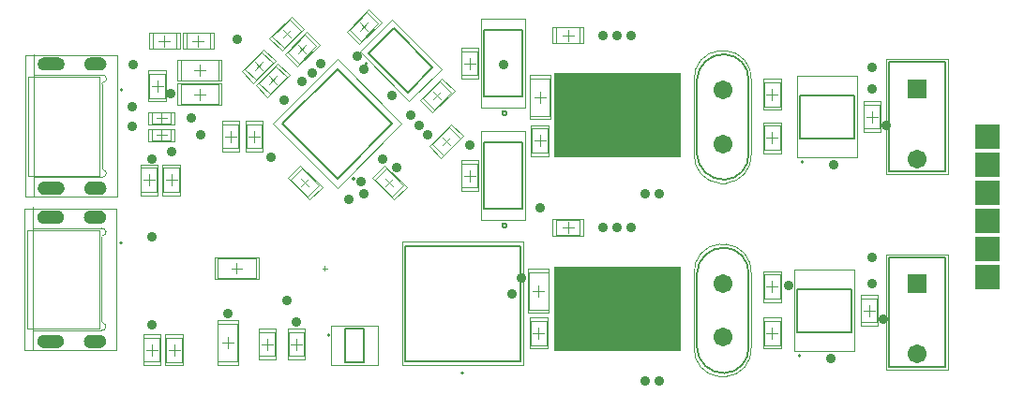
<source format=gbs>
G04*
G04 #@! TF.GenerationSoftware,Altium Limited,Altium Designer,22.1.2 (22)*
G04*
G04 Layer_Color=16711935*
%FSLAX44Y44*%
%MOMM*%
G71*
G04*
G04 #@! TF.SameCoordinates,D73D9505-6E86-4879-9EB9-392C4F9F1875*
G04*
G04*
G04 #@! TF.FilePolarity,Negative*
G04*
G01*
G75*
%ADD10C,0.2000*%
%ADD11C,0.1270*%
%ADD13C,0.0000*%
%ADD14C,0.0500*%
%ADD16C,0.1000*%
%ADD58C,1.7032*%
%ADD59R,1.7032X1.7032*%
%ADD60R,2.2032X2.2032*%
%ADD61C,0.9032*%
G36*
X344674Y1220752D02*
X344987Y1220727D01*
X345299Y1220686D01*
X345607Y1220629D01*
X345913Y1220555D01*
X346214Y1220466D01*
X346510Y1220361D01*
X346800Y1220241D01*
X347084Y1220106D01*
X347360Y1219956D01*
X347628Y1219792D01*
X347887Y1219614D01*
X348136Y1219423D01*
X348375Y1219219D01*
X348603Y1219003D01*
X348819Y1218775D01*
X349023Y1218536D01*
X349214Y1218287D01*
X349392Y1218028D01*
X349556Y1217760D01*
X349706Y1217484D01*
X349841Y1217200D01*
X349962Y1216910D01*
X350066Y1216614D01*
X350156Y1216313D01*
X350229Y1216007D01*
X350286Y1215699D01*
X350327Y1215387D01*
X350352Y1215074D01*
X350360Y1214760D01*
X350352Y1214446D01*
X350327Y1214133D01*
X350286Y1213821D01*
X350229Y1213512D01*
X350156Y1213207D01*
X350066Y1212906D01*
X349962Y1212610D01*
X349841Y1212320D01*
X349706Y1212036D01*
X349556Y1211760D01*
X349392Y1211492D01*
X349214Y1211233D01*
X349023Y1210984D01*
X348819Y1210745D01*
X348603Y1210517D01*
X348375Y1210301D01*
X348136Y1210097D01*
X347887Y1209906D01*
X347628Y1209728D01*
X347360Y1209564D01*
X347084Y1209414D01*
X346800Y1209279D01*
X346510Y1209158D01*
X346214Y1209054D01*
X345913Y1208964D01*
X345607Y1208891D01*
X345299Y1208834D01*
X344987Y1208793D01*
X344674Y1208768D01*
X344360Y1208760D01*
X336360D01*
X336046Y1208768D01*
X335733Y1208793D01*
X335421Y1208834D01*
X335112Y1208891D01*
X334807Y1208964D01*
X334506Y1209054D01*
X334210Y1209158D01*
X333920Y1209279D01*
X333636Y1209414D01*
X333360Y1209564D01*
X333092Y1209728D01*
X332833Y1209906D01*
X332584Y1210097D01*
X332345Y1210301D01*
X332117Y1210517D01*
X331901Y1210745D01*
X331697Y1210984D01*
X331506Y1211233D01*
X331328Y1211492D01*
X331164Y1211760D01*
X331014Y1212036D01*
X330879Y1212320D01*
X330759Y1212610D01*
X330654Y1212906D01*
X330564Y1213207D01*
X330491Y1213512D01*
X330434Y1213821D01*
X330393Y1214133D01*
X330368Y1214446D01*
X330360Y1214760D01*
X330368Y1215074D01*
X330393Y1215387D01*
X330434Y1215699D01*
X330491Y1216007D01*
X330564Y1216313D01*
X330654Y1216614D01*
X330759Y1216910D01*
X330879Y1217200D01*
X331014Y1217484D01*
X331164Y1217760D01*
X331328Y1218028D01*
X331506Y1218287D01*
X331697Y1218536D01*
X331901Y1218775D01*
X332117Y1219003D01*
X332345Y1219219D01*
X332584Y1219423D01*
X332833Y1219614D01*
X333092Y1219792D01*
X333360Y1219956D01*
X333636Y1220106D01*
X333920Y1220241D01*
X334210Y1220361D01*
X334506Y1220466D01*
X334807Y1220555D01*
X335112Y1220629D01*
X335421Y1220686D01*
X335733Y1220727D01*
X336046Y1220752D01*
X336360Y1220760D01*
X344360D01*
X344674Y1220752D01*
D02*
G37*
G36*
X306674D02*
X306987Y1220727D01*
X307299Y1220686D01*
X307607Y1220629D01*
X307913Y1220555D01*
X308214Y1220466D01*
X308510Y1220361D01*
X308800Y1220241D01*
X309084Y1220106D01*
X309360Y1219956D01*
X309628Y1219792D01*
X309887Y1219614D01*
X310136Y1219423D01*
X310375Y1219219D01*
X310603Y1219003D01*
X310819Y1218775D01*
X311023Y1218536D01*
X311214Y1218287D01*
X311392Y1218028D01*
X311556Y1217760D01*
X311706Y1217484D01*
X311841Y1217200D01*
X311961Y1216910D01*
X312066Y1216614D01*
X312156Y1216313D01*
X312229Y1216007D01*
X312286Y1215699D01*
X312327Y1215387D01*
X312352Y1215074D01*
X312360Y1214760D01*
X312352Y1214446D01*
X312327Y1214133D01*
X312286Y1213821D01*
X312229Y1213512D01*
X312156Y1213207D01*
X312066Y1212906D01*
X311961Y1212610D01*
X311841Y1212320D01*
X311706Y1212036D01*
X311556Y1211760D01*
X311392Y1211492D01*
X311214Y1211233D01*
X311023Y1210984D01*
X310819Y1210745D01*
X310603Y1210517D01*
X310375Y1210301D01*
X310136Y1210097D01*
X309887Y1209906D01*
X309628Y1209728D01*
X309360Y1209564D01*
X309084Y1209414D01*
X308800Y1209279D01*
X308510Y1209158D01*
X308214Y1209054D01*
X307913Y1208964D01*
X307607Y1208891D01*
X307299Y1208834D01*
X306987Y1208793D01*
X306674Y1208768D01*
X306360Y1208760D01*
X294360D01*
X294046Y1208768D01*
X293733Y1208793D01*
X293421Y1208834D01*
X293113Y1208891D01*
X292807Y1208964D01*
X292506Y1209054D01*
X292210Y1209158D01*
X291920Y1209279D01*
X291636Y1209414D01*
X291360Y1209564D01*
X291092Y1209728D01*
X290833Y1209906D01*
X290584Y1210097D01*
X290345Y1210301D01*
X290117Y1210517D01*
X289901Y1210745D01*
X289697Y1210984D01*
X289506Y1211233D01*
X289328Y1211492D01*
X289164Y1211760D01*
X289014Y1212036D01*
X288879Y1212320D01*
X288759Y1212610D01*
X288654Y1212906D01*
X288564Y1213207D01*
X288491Y1213512D01*
X288434Y1213821D01*
X288393Y1214133D01*
X288368Y1214446D01*
X288360Y1214760D01*
X288368Y1215074D01*
X288393Y1215387D01*
X288434Y1215699D01*
X288491Y1216007D01*
X288564Y1216313D01*
X288654Y1216614D01*
X288759Y1216910D01*
X288879Y1217200D01*
X289014Y1217484D01*
X289164Y1217760D01*
X289328Y1218028D01*
X289506Y1218287D01*
X289697Y1218536D01*
X289901Y1218775D01*
X290117Y1219003D01*
X290345Y1219219D01*
X290584Y1219423D01*
X290833Y1219614D01*
X291092Y1219792D01*
X291360Y1219956D01*
X291636Y1220106D01*
X291920Y1220241D01*
X292210Y1220361D01*
X292506Y1220466D01*
X292807Y1220555D01*
X293113Y1220629D01*
X293421Y1220686D01*
X293733Y1220727D01*
X294046Y1220752D01*
X294360Y1220760D01*
X306360D01*
X306674Y1220752D01*
D02*
G37*
G36*
X868680Y1130270D02*
X754336D01*
Y1206500D01*
X868680D01*
Y1130270D01*
D02*
G37*
G36*
X344674Y1108352D02*
X344987Y1108327D01*
X345299Y1108286D01*
X345607Y1108229D01*
X345913Y1108156D01*
X346214Y1108066D01*
X346510Y1107962D01*
X346800Y1107841D01*
X347084Y1107706D01*
X347360Y1107556D01*
X347628Y1107392D01*
X347887Y1107214D01*
X348136Y1107023D01*
X348375Y1106819D01*
X348603Y1106603D01*
X348819Y1106375D01*
X349023Y1106136D01*
X349214Y1105887D01*
X349392Y1105628D01*
X349556Y1105360D01*
X349706Y1105084D01*
X349841Y1104800D01*
X349962Y1104510D01*
X350066Y1104214D01*
X350156Y1103913D01*
X350229Y1103607D01*
X350286Y1103299D01*
X350327Y1102987D01*
X350352Y1102674D01*
X350360Y1102360D01*
X350352Y1102046D01*
X350327Y1101733D01*
X350286Y1101421D01*
X350229Y1101113D01*
X350156Y1100807D01*
X350066Y1100506D01*
X349962Y1100210D01*
X349841Y1099920D01*
X349706Y1099636D01*
X349556Y1099360D01*
X349392Y1099092D01*
X349214Y1098833D01*
X349023Y1098584D01*
X348819Y1098345D01*
X348603Y1098117D01*
X348375Y1097901D01*
X348136Y1097697D01*
X347887Y1097506D01*
X347628Y1097328D01*
X347360Y1097164D01*
X347084Y1097014D01*
X346800Y1096879D01*
X346510Y1096758D01*
X346214Y1096654D01*
X345913Y1096564D01*
X345607Y1096491D01*
X345299Y1096434D01*
X344987Y1096393D01*
X344674Y1096368D01*
X344360Y1096360D01*
X336360D01*
X336046Y1096368D01*
X335733Y1096393D01*
X335421Y1096434D01*
X335112Y1096491D01*
X334807Y1096564D01*
X334506Y1096654D01*
X334210Y1096758D01*
X333920Y1096879D01*
X333636Y1097014D01*
X333360Y1097164D01*
X333092Y1097328D01*
X332833Y1097506D01*
X332584Y1097697D01*
X332345Y1097901D01*
X332117Y1098117D01*
X331901Y1098345D01*
X331697Y1098584D01*
X331506Y1098833D01*
X331328Y1099092D01*
X331164Y1099360D01*
X331014Y1099636D01*
X330879Y1099920D01*
X330759Y1100210D01*
X330654Y1100506D01*
X330564Y1100807D01*
X330491Y1101113D01*
X330434Y1101421D01*
X330393Y1101733D01*
X330368Y1102046D01*
X330360Y1102360D01*
X330368Y1102674D01*
X330393Y1102987D01*
X330434Y1103299D01*
X330491Y1103607D01*
X330564Y1103913D01*
X330654Y1104214D01*
X330759Y1104510D01*
X330879Y1104800D01*
X331014Y1105084D01*
X331164Y1105360D01*
X331328Y1105628D01*
X331506Y1105887D01*
X331697Y1106136D01*
X331901Y1106375D01*
X332117Y1106603D01*
X332345Y1106819D01*
X332584Y1107023D01*
X332833Y1107214D01*
X333092Y1107392D01*
X333360Y1107556D01*
X333636Y1107706D01*
X333920Y1107841D01*
X334210Y1107962D01*
X334506Y1108066D01*
X334807Y1108156D01*
X335112Y1108229D01*
X335421Y1108286D01*
X335733Y1108327D01*
X336046Y1108352D01*
X336360Y1108360D01*
X344360D01*
X344674Y1108352D01*
D02*
G37*
G36*
X306674D02*
X306987Y1108327D01*
X307299Y1108286D01*
X307607Y1108229D01*
X307913Y1108156D01*
X308214Y1108066D01*
X308510Y1107962D01*
X308800Y1107841D01*
X309084Y1107706D01*
X309360Y1107556D01*
X309628Y1107392D01*
X309887Y1107214D01*
X310136Y1107023D01*
X310375Y1106819D01*
X310603Y1106603D01*
X310819Y1106375D01*
X311023Y1106136D01*
X311214Y1105887D01*
X311392Y1105628D01*
X311556Y1105360D01*
X311706Y1105084D01*
X311841Y1104800D01*
X311961Y1104510D01*
X312066Y1104214D01*
X312156Y1103913D01*
X312229Y1103607D01*
X312286Y1103299D01*
X312327Y1102987D01*
X312352Y1102674D01*
X312360Y1102360D01*
X312352Y1102046D01*
X312327Y1101733D01*
X312286Y1101421D01*
X312229Y1101113D01*
X312156Y1100807D01*
X312066Y1100506D01*
X311961Y1100210D01*
X311841Y1099920D01*
X311706Y1099636D01*
X311556Y1099360D01*
X311392Y1099092D01*
X311214Y1098833D01*
X311023Y1098584D01*
X310819Y1098345D01*
X310603Y1098117D01*
X310375Y1097901D01*
X310136Y1097697D01*
X309887Y1097506D01*
X309628Y1097328D01*
X309360Y1097164D01*
X309084Y1097014D01*
X308800Y1096879D01*
X308510Y1096758D01*
X308214Y1096654D01*
X307913Y1096564D01*
X307607Y1096491D01*
X307299Y1096434D01*
X306987Y1096393D01*
X306674Y1096368D01*
X306360Y1096360D01*
X294360D01*
X294046Y1096368D01*
X293733Y1096393D01*
X293421Y1096434D01*
X293113Y1096491D01*
X292807Y1096564D01*
X292506Y1096654D01*
X292210Y1096758D01*
X291920Y1096879D01*
X291636Y1097014D01*
X291360Y1097164D01*
X291092Y1097328D01*
X290833Y1097506D01*
X290584Y1097697D01*
X290345Y1097901D01*
X290117Y1098117D01*
X289901Y1098345D01*
X289697Y1098584D01*
X289506Y1098833D01*
X289328Y1099092D01*
X289164Y1099360D01*
X289014Y1099636D01*
X288879Y1099920D01*
X288759Y1100210D01*
X288654Y1100506D01*
X288564Y1100807D01*
X288491Y1101113D01*
X288434Y1101421D01*
X288393Y1101733D01*
X288368Y1102046D01*
X288360Y1102360D01*
X288368Y1102674D01*
X288393Y1102987D01*
X288434Y1103299D01*
X288491Y1103607D01*
X288564Y1103913D01*
X288654Y1104214D01*
X288759Y1104510D01*
X288879Y1104800D01*
X289014Y1105084D01*
X289164Y1105360D01*
X289328Y1105628D01*
X289506Y1105887D01*
X289697Y1106136D01*
X289901Y1106375D01*
X290117Y1106603D01*
X290345Y1106819D01*
X290584Y1107023D01*
X290833Y1107214D01*
X291092Y1107392D01*
X291360Y1107556D01*
X291636Y1107706D01*
X291920Y1107841D01*
X292210Y1107962D01*
X292506Y1108066D01*
X292807Y1108156D01*
X293113Y1108229D01*
X293421Y1108286D01*
X293733Y1108327D01*
X294046Y1108352D01*
X294360Y1108360D01*
X306360D01*
X306674Y1108352D01*
D02*
G37*
G36*
X344314Y1082192D02*
X344627Y1082167D01*
X344939Y1082126D01*
X345247Y1082069D01*
X345553Y1081996D01*
X345854Y1081906D01*
X346150Y1081802D01*
X346440Y1081681D01*
X346724Y1081546D01*
X347000Y1081396D01*
X347268Y1081232D01*
X347527Y1081054D01*
X347776Y1080863D01*
X348015Y1080659D01*
X348243Y1080443D01*
X348459Y1080215D01*
X348663Y1079976D01*
X348854Y1079727D01*
X349032Y1079468D01*
X349196Y1079200D01*
X349346Y1078924D01*
X349481Y1078640D01*
X349602Y1078350D01*
X349706Y1078054D01*
X349796Y1077753D01*
X349869Y1077448D01*
X349926Y1077139D01*
X349967Y1076827D01*
X349992Y1076514D01*
X350000Y1076200D01*
X349992Y1075886D01*
X349967Y1075573D01*
X349926Y1075261D01*
X349869Y1074952D01*
X349796Y1074647D01*
X349706Y1074346D01*
X349602Y1074050D01*
X349481Y1073760D01*
X349346Y1073476D01*
X349196Y1073200D01*
X349032Y1072932D01*
X348854Y1072673D01*
X348663Y1072424D01*
X348459Y1072185D01*
X348243Y1071957D01*
X348015Y1071741D01*
X347776Y1071537D01*
X347527Y1071346D01*
X347268Y1071168D01*
X347000Y1071004D01*
X346724Y1070854D01*
X346440Y1070719D01*
X346150Y1070599D01*
X345854Y1070494D01*
X345553Y1070404D01*
X345247Y1070331D01*
X344939Y1070274D01*
X344627Y1070233D01*
X344314Y1070208D01*
X344000Y1070200D01*
X336000D01*
X335686Y1070208D01*
X335373Y1070233D01*
X335061Y1070274D01*
X334753Y1070331D01*
X334447Y1070404D01*
X334146Y1070494D01*
X333850Y1070599D01*
X333560Y1070719D01*
X333276Y1070854D01*
X333000Y1071004D01*
X332732Y1071168D01*
X332473Y1071346D01*
X332224Y1071537D01*
X331985Y1071741D01*
X331757Y1071957D01*
X331541Y1072185D01*
X331337Y1072424D01*
X331146Y1072673D01*
X330968Y1072932D01*
X330804Y1073200D01*
X330654Y1073476D01*
X330519Y1073760D01*
X330398Y1074050D01*
X330294Y1074346D01*
X330204Y1074647D01*
X330131Y1074952D01*
X330074Y1075261D01*
X330033Y1075573D01*
X330008Y1075886D01*
X330000Y1076200D01*
X330008Y1076514D01*
X330033Y1076827D01*
X330074Y1077139D01*
X330131Y1077448D01*
X330204Y1077753D01*
X330294Y1078054D01*
X330398Y1078350D01*
X330519Y1078640D01*
X330654Y1078924D01*
X330804Y1079200D01*
X330968Y1079468D01*
X331146Y1079727D01*
X331337Y1079976D01*
X331541Y1080215D01*
X331757Y1080443D01*
X331985Y1080659D01*
X332224Y1080863D01*
X332473Y1081054D01*
X332732Y1081232D01*
X333000Y1081396D01*
X333276Y1081546D01*
X333560Y1081681D01*
X333850Y1081802D01*
X334146Y1081906D01*
X334447Y1081996D01*
X334753Y1082069D01*
X335061Y1082126D01*
X335373Y1082167D01*
X335686Y1082192D01*
X336000Y1082200D01*
X344000D01*
X344314Y1082192D01*
D02*
G37*
G36*
X306314D02*
X306627Y1082167D01*
X306939Y1082126D01*
X307248Y1082069D01*
X307553Y1081996D01*
X307854Y1081906D01*
X308150Y1081802D01*
X308440Y1081681D01*
X308724Y1081546D01*
X309000Y1081396D01*
X309268Y1081232D01*
X309527Y1081054D01*
X309776Y1080863D01*
X310015Y1080659D01*
X310243Y1080443D01*
X310459Y1080215D01*
X310663Y1079976D01*
X310854Y1079727D01*
X311032Y1079468D01*
X311196Y1079200D01*
X311346Y1078924D01*
X311481Y1078640D01*
X311602Y1078350D01*
X311706Y1078054D01*
X311796Y1077753D01*
X311869Y1077448D01*
X311926Y1077139D01*
X311967Y1076827D01*
X311992Y1076514D01*
X312000Y1076200D01*
X311992Y1075886D01*
X311967Y1075573D01*
X311926Y1075261D01*
X311869Y1074952D01*
X311796Y1074647D01*
X311706Y1074346D01*
X311602Y1074050D01*
X311481Y1073760D01*
X311346Y1073476D01*
X311196Y1073200D01*
X311032Y1072932D01*
X310854Y1072673D01*
X310663Y1072424D01*
X310459Y1072185D01*
X310243Y1071957D01*
X310015Y1071741D01*
X309776Y1071537D01*
X309527Y1071346D01*
X309268Y1071168D01*
X309000Y1071004D01*
X308724Y1070854D01*
X308440Y1070719D01*
X308150Y1070599D01*
X307854Y1070494D01*
X307553Y1070404D01*
X307248Y1070331D01*
X306939Y1070274D01*
X306627Y1070233D01*
X306314Y1070208D01*
X306000Y1070200D01*
X294000D01*
X293686Y1070208D01*
X293373Y1070233D01*
X293061Y1070274D01*
X292753Y1070331D01*
X292447Y1070404D01*
X292146Y1070494D01*
X291850Y1070599D01*
X291560Y1070719D01*
X291276Y1070854D01*
X291000Y1071004D01*
X290732Y1071168D01*
X290473Y1071346D01*
X290224Y1071537D01*
X289985Y1071741D01*
X289757Y1071957D01*
X289541Y1072185D01*
X289337Y1072424D01*
X289146Y1072673D01*
X288968Y1072932D01*
X288804Y1073200D01*
X288654Y1073476D01*
X288519Y1073760D01*
X288398Y1074050D01*
X288294Y1074346D01*
X288204Y1074647D01*
X288131Y1074952D01*
X288074Y1075261D01*
X288033Y1075573D01*
X288008Y1075886D01*
X288000Y1076200D01*
X288008Y1076514D01*
X288033Y1076827D01*
X288074Y1077139D01*
X288131Y1077448D01*
X288204Y1077753D01*
X288294Y1078054D01*
X288398Y1078350D01*
X288519Y1078640D01*
X288654Y1078924D01*
X288804Y1079200D01*
X288968Y1079468D01*
X289146Y1079727D01*
X289337Y1079976D01*
X289541Y1080215D01*
X289757Y1080443D01*
X289985Y1080659D01*
X290224Y1080863D01*
X290473Y1081054D01*
X290732Y1081232D01*
X291000Y1081396D01*
X291276Y1081546D01*
X291560Y1081681D01*
X291850Y1081802D01*
X292146Y1081906D01*
X292447Y1081996D01*
X292753Y1082069D01*
X293061Y1082126D01*
X293373Y1082167D01*
X293686Y1082192D01*
X294000Y1082200D01*
X306000D01*
X306314Y1082192D01*
D02*
G37*
G36*
X344314Y969792D02*
X344627Y969767D01*
X344939Y969726D01*
X345247Y969669D01*
X345553Y969595D01*
X345854Y969506D01*
X346150Y969401D01*
X346440Y969281D01*
X346724Y969146D01*
X347000Y968996D01*
X347268Y968832D01*
X347527Y968654D01*
X347776Y968463D01*
X348015Y968259D01*
X348243Y968043D01*
X348459Y967815D01*
X348663Y967576D01*
X348854Y967327D01*
X349032Y967068D01*
X349196Y966800D01*
X349346Y966524D01*
X349481Y966240D01*
X349602Y965950D01*
X349706Y965654D01*
X349796Y965353D01*
X349869Y965048D01*
X349926Y964739D01*
X349967Y964427D01*
X349992Y964114D01*
X350000Y963800D01*
X349992Y963486D01*
X349967Y963173D01*
X349926Y962861D01*
X349869Y962552D01*
X349796Y962247D01*
X349706Y961946D01*
X349602Y961650D01*
X349481Y961360D01*
X349346Y961076D01*
X349196Y960800D01*
X349032Y960532D01*
X348854Y960273D01*
X348663Y960024D01*
X348459Y959785D01*
X348243Y959557D01*
X348015Y959341D01*
X347776Y959137D01*
X347527Y958946D01*
X347268Y958768D01*
X347000Y958604D01*
X346724Y958454D01*
X346440Y958319D01*
X346150Y958198D01*
X345854Y958094D01*
X345553Y958004D01*
X345247Y957931D01*
X344939Y957874D01*
X344627Y957833D01*
X344314Y957808D01*
X344000Y957800D01*
X336000D01*
X335686Y957808D01*
X335373Y957833D01*
X335061Y957874D01*
X334753Y957931D01*
X334447Y958004D01*
X334146Y958094D01*
X333850Y958198D01*
X333560Y958319D01*
X333276Y958454D01*
X333000Y958604D01*
X332732Y958768D01*
X332473Y958946D01*
X332224Y959137D01*
X331985Y959341D01*
X331757Y959557D01*
X331541Y959785D01*
X331337Y960024D01*
X331146Y960273D01*
X330968Y960532D01*
X330804Y960800D01*
X330654Y961076D01*
X330519Y961360D01*
X330398Y961650D01*
X330294Y961946D01*
X330204Y962247D01*
X330131Y962552D01*
X330074Y962861D01*
X330033Y963173D01*
X330008Y963486D01*
X330000Y963800D01*
X330008Y964114D01*
X330033Y964427D01*
X330074Y964739D01*
X330131Y965048D01*
X330204Y965353D01*
X330294Y965654D01*
X330398Y965950D01*
X330519Y966240D01*
X330654Y966524D01*
X330804Y966800D01*
X330968Y967068D01*
X331146Y967327D01*
X331337Y967576D01*
X331541Y967815D01*
X331757Y968043D01*
X331985Y968259D01*
X332224Y968463D01*
X332473Y968654D01*
X332732Y968832D01*
X333000Y968996D01*
X333276Y969146D01*
X333560Y969281D01*
X333850Y969401D01*
X334146Y969506D01*
X334447Y969595D01*
X334753Y969669D01*
X335061Y969726D01*
X335373Y969767D01*
X335686Y969792D01*
X336000Y969800D01*
X344000D01*
X344314Y969792D01*
D02*
G37*
G36*
X306314D02*
X306627Y969767D01*
X306939Y969726D01*
X307248Y969669D01*
X307553Y969595D01*
X307854Y969506D01*
X308150Y969401D01*
X308440Y969281D01*
X308724Y969146D01*
X309000Y968996D01*
X309268Y968832D01*
X309527Y968654D01*
X309776Y968463D01*
X310015Y968259D01*
X310243Y968043D01*
X310459Y967815D01*
X310663Y967576D01*
X310854Y967327D01*
X311032Y967068D01*
X311196Y966800D01*
X311346Y966524D01*
X311481Y966240D01*
X311602Y965950D01*
X311706Y965654D01*
X311796Y965353D01*
X311869Y965048D01*
X311926Y964739D01*
X311967Y964427D01*
X311992Y964114D01*
X312000Y963800D01*
X311992Y963486D01*
X311967Y963173D01*
X311926Y962861D01*
X311869Y962552D01*
X311796Y962247D01*
X311706Y961946D01*
X311602Y961650D01*
X311481Y961360D01*
X311346Y961076D01*
X311196Y960800D01*
X311032Y960532D01*
X310854Y960273D01*
X310663Y960024D01*
X310459Y959785D01*
X310243Y959557D01*
X310015Y959341D01*
X309776Y959137D01*
X309527Y958946D01*
X309268Y958768D01*
X309000Y958604D01*
X308724Y958454D01*
X308440Y958319D01*
X308150Y958198D01*
X307854Y958094D01*
X307553Y958004D01*
X307248Y957931D01*
X306939Y957874D01*
X306627Y957833D01*
X306314Y957808D01*
X306000Y957800D01*
X294000D01*
X293686Y957808D01*
X293373Y957833D01*
X293061Y957874D01*
X292753Y957931D01*
X292447Y958004D01*
X292146Y958094D01*
X291850Y958198D01*
X291560Y958319D01*
X291276Y958454D01*
X291000Y958604D01*
X290732Y958768D01*
X290473Y958946D01*
X290224Y959137D01*
X289985Y959341D01*
X289757Y959557D01*
X289541Y959785D01*
X289337Y960024D01*
X289146Y960273D01*
X288968Y960532D01*
X288804Y960800D01*
X288654Y961076D01*
X288519Y961360D01*
X288398Y961650D01*
X288294Y961946D01*
X288204Y962247D01*
X288131Y962552D01*
X288074Y962861D01*
X288033Y963173D01*
X288008Y963486D01*
X288000Y963800D01*
X288008Y964114D01*
X288033Y964427D01*
X288074Y964739D01*
X288131Y965048D01*
X288204Y965353D01*
X288294Y965654D01*
X288398Y965950D01*
X288519Y966240D01*
X288654Y966524D01*
X288804Y966800D01*
X288968Y967068D01*
X289146Y967327D01*
X289337Y967576D01*
X289541Y967815D01*
X289757Y968043D01*
X289985Y968259D01*
X290224Y968463D01*
X290473Y968654D01*
X290732Y968832D01*
X291000Y968996D01*
X291276Y969146D01*
X291560Y969281D01*
X291850Y969401D01*
X292146Y969506D01*
X292447Y969595D01*
X292753Y969669D01*
X293061Y969726D01*
X293373Y969767D01*
X293686Y969792D01*
X294000Y969800D01*
X306000D01*
X306314Y969792D01*
D02*
G37*
G36*
X868680Y955010D02*
X754336D01*
Y1031240D01*
X868680D01*
Y955010D01*
D02*
G37*
D10*
X574437Y1110788D02*
G03*
X574437Y1110788I-1000J0D01*
G01*
X364500Y1052700D02*
G03*
X364500Y1052700I-1000J0D01*
G01*
X364860Y1191260D02*
G03*
X364860Y1191260I-1000J0D01*
G01*
X977220Y950870D02*
G03*
X977220Y950870I-1000J0D01*
G01*
X711660Y1068790D02*
G03*
X711660Y1068790I-2000J0D01*
G01*
X585837Y1215102D02*
G03*
X585837Y1215102I-1000J0D01*
G01*
X711660Y1170390D02*
G03*
X711660Y1170390I-2000J0D01*
G01*
X979760Y1126130D02*
G03*
X979760Y1126130I-1000J0D01*
G01*
X672830Y935220D02*
G03*
X672830Y935220I-1000J0D01*
G01*
X551990Y969620D02*
G03*
X551990Y969620I-1000J0D01*
G01*
D11*
X908473Y1048622D02*
G03*
X883478Y1025313I-843J-24152D01*
G01*
Y958427D02*
G03*
X908473Y935118I24152J843D01*
G01*
X908462Y935118D02*
G03*
X930082Y958302I-782J22402D01*
G01*
Y1025438D02*
G03*
X908462Y1048622I-22402J782D01*
G01*
X908473Y1223612D02*
G03*
X883478Y1200303I-843J-24152D01*
G01*
Y1133417D02*
G03*
X908473Y1110108I24152J843D01*
G01*
X908462Y1110108D02*
G03*
X930082Y1133292I-782J22402D01*
G01*
Y1200428D02*
G03*
X908462Y1223612I-22402J782D01*
G01*
X558800Y1111283D02*
X608298Y1160780D01*
X509302D02*
X558800Y1210277D01*
X509302Y1160780D02*
X558800Y1111283D01*
Y1210277D02*
X608298Y1160780D01*
X883480Y958370D02*
Y1025370D01*
X930080Y958370D02*
Y1025370D01*
X1107440Y941100D02*
Y1040100D01*
X1056640D02*
X1107440D01*
X1056640Y941100D02*
Y1040100D01*
Y941100D02*
X1107440D01*
X973720Y1011370D02*
X1022720D01*
X973720Y972370D02*
X1022720D01*
Y1011370D01*
X973720Y972370D02*
Y1011370D01*
X691160Y1143790D02*
X726160D01*
X691160Y1083790D02*
X726160D01*
X691160D02*
Y1143790D01*
X726160Y1083790D02*
Y1143790D01*
X586959Y1224294D02*
X609586Y1246921D01*
X586959Y1224294D02*
X622314Y1188939D01*
X644941Y1211566D01*
X609586Y1246921D02*
X644941Y1211566D01*
X691160Y1245390D02*
X726160D01*
X691160Y1185390D02*
X726160D01*
X691160D02*
Y1245390D01*
X726160Y1185390D02*
Y1245390D01*
X883480Y1133360D02*
Y1200360D01*
X930080Y1133360D02*
Y1200360D01*
X976260Y1186630D02*
X1025260D01*
X976260Y1147630D02*
X1025260D01*
Y1186630D01*
X976260Y1147630D02*
Y1186630D01*
X1107440Y1117630D02*
Y1216630D01*
X1056640D02*
X1107440D01*
X1056640Y1117630D02*
Y1216630D01*
Y1117630D02*
X1107440D01*
X619830Y946220D02*
X723830D01*
Y1050220D01*
X619830D02*
X723830D01*
X619830Y946220D02*
Y1050220D01*
X565540Y945120D02*
X582540D01*
X565540Y975120D02*
X582540D01*
Y945120D02*
Y975120D01*
X565540Y945120D02*
Y975120D01*
D13*
X349999Y1062956D02*
G03*
X345994Y1066199I-3624J-381D01*
G01*
X347187Y1059699D02*
G03*
X350001Y1062937I-212J3026D01*
G01*
X347208Y1059701D02*
G03*
X345999Y1058208I142J-1351D01*
G01*
Y981792D02*
G03*
X347208Y980299I1351J-142D01*
G01*
X350001Y977063D02*
G03*
X347187Y980301I-3026J212D01*
G01*
X345994Y973801D02*
G03*
X349999Y977044I381J3624D01*
G01*
X350359Y1201516D02*
G03*
X346354Y1204759I-3624J-381D01*
G01*
X347547Y1198259D02*
G03*
X350361Y1201497I-212J3026D01*
G01*
X347568Y1198261D02*
G03*
X346359Y1196768I142J-1351D01*
G01*
Y1120352D02*
G03*
X347568Y1118859I1351J-142D01*
G01*
X350361Y1115623D02*
G03*
X347547Y1118861I-3026J212D01*
G01*
X346354Y1112361D02*
G03*
X350359Y1115604I381J3624D01*
G01*
X284000Y1066200D02*
Y1085200D01*
Y1066200D02*
X346000D01*
Y981800D02*
Y1058200D01*
X284000Y973800D02*
X346000D01*
X284000Y956400D02*
Y973800D01*
X284360Y1204760D02*
Y1223760D01*
Y1204760D02*
X346360D01*
Y1120360D02*
Y1196760D01*
X284360Y1112360D02*
X346360D01*
X284360Y1094960D02*
Y1112360D01*
D14*
X904139Y1051861D02*
G03*
X880989Y1025229I1741J-24891D01*
G01*
Y958511D02*
G03*
X904139Y931879I24891J-1741D01*
G01*
X909420D02*
G03*
X932571Y958511I-1741J24891D01*
G01*
Y1025229D02*
G03*
X909420Y1051861I-24891J1741D01*
G01*
X904139Y1226851D02*
G03*
X880989Y1200219I1741J-24891D01*
G01*
Y1133501D02*
G03*
X904139Y1106869I24891J-1741D01*
G01*
X909420D02*
G03*
X932571Y1133501I-1741J24891D01*
G01*
Y1200219D02*
G03*
X909420Y1226851I-24891J1741D01*
G01*
X500605Y1160780D02*
X558800Y1218975D01*
Y1102585D02*
X616995Y1160780D01*
X500605D02*
X558800Y1102585D01*
Y1218975D02*
X616995Y1160780D01*
X276500Y1083700D02*
X359500D01*
X276500Y956300D02*
Y1083700D01*
X359500Y956300D02*
Y1083700D01*
X276500Y956300D02*
X359500D01*
X276860Y1222260D02*
X359860D01*
X276860Y1094860D02*
Y1222260D01*
X359860Y1094860D02*
Y1222260D01*
X276860Y1094860D02*
X359860D01*
X880980Y958370D02*
Y1025370D01*
X904280Y931870D02*
X909280D01*
X932580Y958370D02*
Y1025370D01*
X904280Y1051870D02*
X909280D01*
X1109940Y938600D02*
Y1042600D01*
X1054140D02*
X1109940D01*
X1054140Y938600D02*
Y1042600D01*
Y938600D02*
X1109940D01*
X971220Y1028970D02*
X1025220D01*
X971220Y954770D02*
X1025220D01*
Y1028970D01*
X971220Y954770D02*
Y1028970D01*
X688660Y1073290D02*
Y1154290D01*
X728660D01*
Y1073290D02*
Y1154290D01*
X688660Y1073290D02*
X728660D01*
X579180Y1225708D02*
X608172Y1254699D01*
X579180Y1225708D02*
X623728Y1181161D01*
X652719Y1210152D01*
X608172Y1254699D02*
X652719Y1210152D01*
X688660Y1174890D02*
Y1255890D01*
X728660D01*
Y1174890D02*
Y1255890D01*
X688660Y1174890D02*
X728660D01*
X880980Y1133360D02*
Y1200360D01*
X904280Y1106860D02*
X909280D01*
X932580Y1133360D02*
Y1200360D01*
X904280Y1226860D02*
X909280D01*
X973760Y1204230D02*
X1027760D01*
X973760Y1130030D02*
X1027760D01*
Y1204230D01*
X973760Y1130030D02*
Y1204230D01*
X1109940Y1115130D02*
Y1219130D01*
X1054140D02*
X1109940D01*
X1054140Y1115130D02*
Y1219130D01*
Y1115130D02*
X1109940D01*
X617330Y942220D02*
X726330D01*
Y1054220D01*
X617330D02*
X726330D01*
X617330Y942220D02*
Y1054220D01*
X552990Y942620D02*
X595090D01*
Y977620D01*
X552990D02*
X595090D01*
X552990Y942620D02*
Y977620D01*
D16*
X545370Y1029970D02*
X549370D01*
X547370Y1027970D02*
Y1031970D01*
X515732Y1254965D02*
X525985Y1244712D01*
X500175Y1239408D02*
X510428Y1229155D01*
X525985Y1244712D01*
X500175Y1239408D02*
X515732Y1254965D01*
X279000Y1064700D02*
X344000D01*
X279000Y975300D02*
X344000D01*
Y1064700D01*
X279000Y975300D02*
Y1064700D01*
X284000Y960000D02*
Y1080000D01*
X279360Y1203260D02*
X344360D01*
X279360Y1113860D02*
X344360D01*
Y1203260D01*
X279360Y1113860D02*
Y1203260D01*
X284360Y1098560D02*
Y1218560D01*
X756330Y1059800D02*
X777830D01*
X756330Y1073800D02*
X777830D01*
Y1059800D02*
Y1073800D01*
X756330Y1059800D02*
Y1073800D01*
X1031860Y981120D02*
Y1002620D01*
X1045860Y981120D02*
Y1002620D01*
X1031860Y981120D02*
X1045860D01*
X1031860Y1002620D02*
X1045860D01*
X958480Y1002460D02*
Y1024460D01*
X943980Y1002460D02*
Y1024460D01*
X958480D01*
X943980Y1002460D02*
X958480D01*
X943980Y960550D02*
Y982550D01*
X958480Y960550D02*
Y982550D01*
X943980Y960550D02*
X958480D01*
X943980Y982550D02*
X958480D01*
X733160Y960550D02*
Y982550D01*
X747660Y960550D02*
Y982550D01*
X733160Y960550D02*
X747660D01*
X733160Y982550D02*
X747660D01*
X731410Y992650D02*
Y1026650D01*
X749410Y992650D02*
Y1026650D01*
X731410Y992650D02*
X749410D01*
X731410Y1026650D02*
X749410D01*
X732680Y1167910D02*
Y1201910D01*
X750680Y1167910D02*
Y1201910D01*
X732680Y1167910D02*
X750680D01*
X732680Y1201910D02*
X750680D01*
X734430Y1134540D02*
Y1156540D01*
X748930Y1134540D02*
Y1156540D01*
X734430Y1134540D02*
X748930D01*
X734430Y1156540D02*
X748930D01*
X671180Y1103040D02*
Y1124540D01*
X685180Y1103040D02*
Y1124540D01*
X671180Y1103040D02*
X685180D01*
X671180Y1124540D02*
X685180D01*
X497728Y1187599D02*
X512931Y1202802D01*
X487829Y1197498D02*
X503032Y1212701D01*
X512931Y1202802D01*
X487829Y1197498D02*
X497728Y1187599D01*
X485028Y1200299D02*
X500231Y1215502D01*
X475129Y1210198D02*
X490332Y1225401D01*
X500231Y1215502D01*
X475129Y1210198D02*
X485028Y1200299D01*
X514145Y1225438D02*
X529702Y1240995D01*
X524398Y1215185D02*
X539955Y1230742D01*
X514145Y1225438D02*
X524398Y1215185D01*
X529702Y1240995D02*
X539955Y1230742D01*
X526938Y1120345D02*
X542495Y1104788D01*
X516685Y1110092D02*
X532242Y1094535D01*
X516685Y1110092D02*
X526938Y1120345D01*
X532242Y1094535D02*
X542495Y1104788D01*
X603138Y1120345D02*
X618695Y1104788D01*
X592885Y1110092D02*
X608442Y1094535D01*
X592885Y1110092D02*
X603138Y1120345D01*
X608442Y1094535D02*
X618695Y1104788D01*
X644449Y1142348D02*
X659652Y1157551D01*
X654348Y1132449D02*
X669551Y1147652D01*
X644449Y1142348D02*
X654348Y1132449D01*
X659652Y1157551D02*
X669551Y1147652D01*
X570025Y1245758D02*
X585582Y1261315D01*
X580278Y1235505D02*
X595835Y1251062D01*
X570025Y1245758D02*
X580278Y1235505D01*
X585582Y1261315D02*
X595835Y1251062D01*
X646318Y1173275D02*
X661875Y1188832D01*
X636065Y1183528D02*
X651622Y1199085D01*
X661875Y1188832D01*
X636065Y1183528D02*
X646318Y1173275D01*
X671180Y1204640D02*
Y1226140D01*
X685180Y1204640D02*
Y1226140D01*
X671180Y1204640D02*
X685180D01*
X671180Y1226140D02*
X685180D01*
X958480Y1176450D02*
Y1198450D01*
X943980Y1176450D02*
Y1198450D01*
X958480D01*
X943980Y1176450D02*
X958480D01*
X943980Y1137080D02*
Y1159080D01*
X958480Y1137080D02*
Y1159080D01*
X943980Y1137080D02*
X958480D01*
X943980Y1159080D02*
X958480D01*
X1034400Y1156380D02*
Y1177880D01*
X1048400Y1156380D02*
Y1177880D01*
X1034400Y1156380D02*
X1048400D01*
X1034400Y1177880D02*
X1048400D01*
X417340Y1218040D02*
X451340D01*
X417340Y1200040D02*
X451340D01*
X417340D02*
Y1218040D01*
X451340Y1200040D02*
Y1218040D01*
X391550Y1170610D02*
X408550D01*
X391550Y1161110D02*
X408550D01*
X391550D02*
Y1170610D01*
X408550Y1161110D02*
Y1170610D01*
X391550Y1155370D02*
X408550D01*
X391550Y1145870D02*
X408550D01*
X391550D02*
Y1155370D01*
X408550Y1145870D02*
Y1155370D01*
X381620Y1099230D02*
Y1120730D01*
X395620Y1099230D02*
Y1120730D01*
X381620Y1099230D02*
X395620D01*
X381620Y1120730D02*
X395620D01*
X416190Y1098980D02*
Y1120980D01*
X401690Y1098980D02*
Y1120980D01*
X416190D01*
X401690Y1098980D02*
X416190D01*
X490870Y1138600D02*
Y1160100D01*
X476870Y1138600D02*
Y1160100D01*
X490870Y1160100D01*
X476870Y1138600D02*
X490870D01*
X469280D02*
Y1160100D01*
X455280Y1138600D02*
Y1160100D01*
X469280Y1160100D01*
X455280Y1138600D02*
X469280D01*
X417340Y1178450D02*
X451340D01*
X417340Y1196450D02*
X451340D01*
Y1178450D02*
Y1196450D01*
X417340Y1178450D02*
Y1196450D01*
X422320Y1242710D02*
X443820D01*
X422320Y1228710D02*
X443820D01*
X422320D02*
Y1242710D01*
X443820Y1228710D02*
Y1242710D01*
X514970Y950640D02*
Y972140D01*
X528970Y950640D02*
Y972140D01*
X514970Y950640D02*
X528970D01*
X514970Y972140D02*
X528970D01*
X488300Y950640D02*
Y972140D01*
X502300Y950640D02*
Y972140D01*
X488300Y950640D02*
X502300D01*
X488300Y972140D02*
X502300D01*
X450740Y979660D02*
X468740D01*
X450740Y945660D02*
X468740D01*
Y979660D01*
X450740Y945660D02*
Y979660D01*
X404230Y945310D02*
Y967310D01*
X418730Y945310D02*
Y967310D01*
X404230Y945310D02*
X418730D01*
X404230Y967310D02*
X418730D01*
X398160Y945560D02*
Y967060D01*
X384160Y945560D02*
Y967060D01*
X398160D01*
X384160Y945560D02*
X398160D01*
X451000Y1021000D02*
Y1039000D01*
X485000Y1021000D02*
Y1039000D01*
X451000D02*
X485000D01*
X451000Y1021000D02*
X485000D01*
X388990Y1184070D02*
Y1206070D01*
X403490Y1184070D02*
Y1206070D01*
X388990Y1184070D02*
X403490D01*
X388990Y1206070D02*
X403490D01*
X391840Y1242710D02*
X413340D01*
X391840Y1228710D02*
X413340D01*
X391840D02*
Y1242710D01*
X413340Y1228710D02*
Y1242710D01*
X756330Y1233790D02*
X777830D01*
X756330Y1247790D02*
X777830D01*
Y1233790D02*
Y1247790D01*
X756330Y1233790D02*
Y1247790D01*
X517323Y1257616D02*
X528636Y1246303D01*
X497524Y1237817D02*
X508837Y1226504D01*
X528636Y1246303D01*
X497524Y1237817D02*
X517323Y1257616D01*
X509544Y1238524D02*
X516616Y1245595D01*
X509544D02*
X516616Y1238524D01*
X767080Y1061800D02*
Y1071800D01*
X762080Y1066800D02*
X772080D01*
X753080Y1059300D02*
X781080D01*
X753080Y1074300D02*
X781080D01*
Y1059300D02*
Y1074300D01*
X753080Y1059300D02*
Y1074300D01*
X1033860Y991870D02*
X1043860D01*
X1038860Y986870D02*
Y996870D01*
X1031360Y977870D02*
Y1005870D01*
X1046360Y977870D02*
Y1005870D01*
X1031360Y977870D02*
X1046360D01*
X1031360Y1005870D02*
X1046360D01*
X946230Y1013460D02*
X956230D01*
X951230Y1008460D02*
Y1018460D01*
X959230Y999460D02*
Y1027460D01*
X943230Y999460D02*
Y1027460D01*
X959230D01*
X943230Y999460D02*
X959230D01*
X946230Y971550D02*
X956230D01*
X951230Y966550D02*
Y976550D01*
X943230Y957550D02*
Y985550D01*
X959230Y957550D02*
Y985550D01*
X943230Y957550D02*
X959230D01*
X943230Y985550D02*
X959230D01*
X735410Y971550D02*
X745410D01*
X740410Y966550D02*
Y976550D01*
X732410Y957550D02*
Y985550D01*
X748410Y957550D02*
Y985550D01*
X732410Y957550D02*
X748410D01*
X732410Y985550D02*
X748410D01*
X735410Y1009650D02*
X745410D01*
X740410Y1004650D02*
Y1014650D01*
X730910Y989650D02*
Y1029650D01*
X749910Y989650D02*
Y1029650D01*
X730910Y989650D02*
X749910D01*
X730910Y1029650D02*
X749910D01*
X736680Y1184910D02*
X746680D01*
X741680Y1179910D02*
Y1189910D01*
X732180Y1164910D02*
Y1204910D01*
X751180Y1164910D02*
Y1204910D01*
X732180Y1164910D02*
X751180D01*
X732180Y1204910D02*
X751180D01*
X736680Y1145540D02*
X746680D01*
X741680Y1140540D02*
Y1150540D01*
X733680Y1131540D02*
Y1159540D01*
X749680Y1131540D02*
Y1159540D01*
X733680Y1131540D02*
X749680D01*
X733680Y1159540D02*
X749680D01*
X673180Y1113790D02*
X683180D01*
X678180Y1108790D02*
Y1118790D01*
X670680Y1099790D02*
Y1127790D01*
X685680Y1099790D02*
Y1127790D01*
X670680Y1099790D02*
X685680D01*
X670680Y1127790D02*
X685680D01*
X496844Y1203686D02*
X503916Y1196615D01*
X496844Y1196615D02*
X503916Y1203686D01*
X495784Y1184947D02*
X515583Y1204746D01*
X485177Y1195554D02*
X504976Y1215353D01*
X515583Y1204746D01*
X485177Y1195554D02*
X495784Y1184947D01*
X484145Y1216386D02*
X491216Y1209314D01*
X484145Y1209314D02*
X491216Y1216386D01*
X483084Y1197647D02*
X502883Y1217446D01*
X472477Y1208254D02*
X492276Y1228053D01*
X502883Y1217446D01*
X472477Y1208254D02*
X483084Y1197647D01*
X523515Y1231626D02*
X530586Y1224554D01*
X523515Y1224554D02*
X530586Y1231626D01*
X511494Y1223847D02*
X531293Y1243646D01*
X522807Y1212534D02*
X542606Y1232333D01*
X511494Y1223847D02*
X522807Y1212534D01*
X531293Y1243646D02*
X542606Y1232333D01*
X526054Y1103904D02*
X533125Y1110975D01*
X526054D02*
X533125Y1103904D01*
X525347Y1122996D02*
X545146Y1103197D01*
X514034Y1111683D02*
X533833Y1091884D01*
X514034Y1111683D02*
X525347Y1122996D01*
X533833Y1091884D02*
X545146Y1103197D01*
X602254Y1103904D02*
X609325Y1110975D01*
X602254D02*
X609325Y1103904D01*
X601547Y1122996D02*
X621346Y1103197D01*
X590234Y1111683D02*
X610033Y1091884D01*
X590234Y1111683D02*
X601547Y1122996D01*
X610033Y1091884D02*
X621346Y1103197D01*
X653465Y1148536D02*
X660536Y1141464D01*
X653465D02*
X660536Y1148536D01*
X641797Y1140404D02*
X661596Y1160203D01*
X652404Y1129797D02*
X672203Y1149596D01*
X641797Y1140404D02*
X652404Y1129797D01*
X661596Y1160203D02*
X672203Y1149596D01*
X579394Y1251945D02*
X586466Y1244874D01*
X579394Y1244874D02*
X586466Y1251945D01*
X567374Y1244167D02*
X587173Y1263966D01*
X578687Y1232854D02*
X598486Y1252653D01*
X567374Y1244167D02*
X578687Y1232854D01*
X587173Y1263966D02*
X598486Y1252653D01*
X645434Y1189716D02*
X652505Y1182645D01*
X645434D02*
X652505Y1189716D01*
X644727Y1170624D02*
X664526Y1190423D01*
X633414Y1181937D02*
X653213Y1201736D01*
X664526Y1190423D01*
X633414Y1181937D02*
X644727Y1170624D01*
X673180Y1215390D02*
X683180D01*
X678180Y1210390D02*
Y1220390D01*
X670680Y1201390D02*
Y1229390D01*
X685680Y1201390D02*
Y1229390D01*
X670680Y1201390D02*
X685680D01*
X670680Y1229390D02*
X685680D01*
X946230Y1187450D02*
X956230D01*
X951230Y1182450D02*
Y1192450D01*
X959230Y1173450D02*
Y1201450D01*
X943230Y1173450D02*
Y1201450D01*
X959230D01*
X943230Y1173450D02*
X959230D01*
X946230Y1148080D02*
X956230D01*
X951230Y1143080D02*
Y1153080D01*
X943230Y1134080D02*
Y1162080D01*
X959230Y1134080D02*
Y1162080D01*
X943230Y1134080D02*
X959230D01*
X943230Y1162080D02*
X959230D01*
X1036400Y1167130D02*
X1046400D01*
X1041400Y1162130D02*
Y1172130D01*
X1033900Y1153130D02*
Y1181130D01*
X1048900Y1153130D02*
Y1181130D01*
X1033900Y1153130D02*
X1048900D01*
X1033900Y1181130D02*
X1048900D01*
X434340Y1204040D02*
Y1214040D01*
X429340Y1209040D02*
X439340D01*
X414340Y1218540D02*
X454340D01*
X414340Y1199540D02*
X454340D01*
X414340D02*
Y1218540D01*
X454340Y1199540D02*
Y1218540D01*
X400050Y1161110D02*
Y1170610D01*
X395300Y1165860D02*
X404800D01*
X388050Y1171360D02*
X412050D01*
X388050Y1160360D02*
X412050D01*
X388050D02*
Y1171360D01*
X412050Y1160360D02*
Y1171360D01*
X400050Y1145870D02*
Y1155370D01*
X395300Y1150620D02*
X404800D01*
X388050Y1156120D02*
X412050D01*
X388050Y1145120D02*
X412050D01*
X388050D02*
Y1156120D01*
X412050Y1145120D02*
Y1156120D01*
X383620Y1109980D02*
X393620D01*
X388620Y1104980D02*
Y1114980D01*
X381120Y1095980D02*
Y1123980D01*
X396120Y1095980D02*
Y1123980D01*
X381120Y1095980D02*
X396120D01*
X381120Y1123980D02*
X396120D01*
X403940Y1109980D02*
X413940D01*
X408940Y1104980D02*
Y1114980D01*
X416940Y1095980D02*
Y1123980D01*
X400940Y1095980D02*
Y1123980D01*
X416940D01*
X400940Y1095980D02*
X416940D01*
X478870Y1149350D02*
X488870D01*
X483870Y1144350D02*
Y1154350D01*
X491370Y1163350D02*
X491370Y1135350D01*
X476370D02*
Y1163350D01*
X491370D01*
X476370Y1135350D02*
X491370D01*
X457280Y1149350D02*
X467280D01*
X462280Y1144350D02*
Y1154350D01*
X469780Y1163350D02*
X469780Y1135350D01*
X454780D02*
Y1163350D01*
X469780D01*
X454780Y1135350D02*
X469780D01*
X434340Y1182450D02*
Y1192450D01*
X429340Y1187450D02*
X439340D01*
X414340Y1177950D02*
X454340D01*
X414340Y1196950D02*
X454340D01*
Y1177950D02*
Y1196950D01*
X414340Y1177950D02*
Y1196950D01*
X433070Y1230710D02*
Y1240710D01*
X428070Y1235710D02*
X438070D01*
X419070Y1243210D02*
X447070D01*
X419070Y1228210D02*
X447070D01*
X419070D02*
Y1243210D01*
X447070Y1228210D02*
Y1243210D01*
X516970Y961390D02*
X526970D01*
X521970Y956390D02*
Y966390D01*
X514470Y947390D02*
Y975390D01*
X529470Y947390D02*
Y975390D01*
X514470Y947390D02*
X529470D01*
X514470Y975390D02*
X529470D01*
X490300Y961390D02*
X500300D01*
X495300Y956390D02*
Y966390D01*
X487800Y947390D02*
Y975390D01*
X502800Y947390D02*
Y975390D01*
X487800Y947390D02*
X502800D01*
X487800Y975390D02*
X502800D01*
X450240Y982660D02*
X469240D01*
X450240Y942660D02*
X469240D01*
Y982660D01*
X450240Y942660D02*
Y982660D01*
X459740Y957660D02*
Y967660D01*
X454740Y962660D02*
X464740D01*
X406480Y956310D02*
X416480D01*
X411480Y951310D02*
Y961310D01*
X403480Y942310D02*
Y970310D01*
X419480Y942310D02*
Y970310D01*
X403480Y942310D02*
X419480D01*
X403480Y970310D02*
X419480D01*
X386160Y956310D02*
X396160D01*
X391160Y951310D02*
Y961310D01*
X398660Y942310D02*
Y970310D01*
X383660Y942310D02*
Y970310D01*
X398660D01*
X383660Y942310D02*
X398660D01*
X448000Y1020500D02*
Y1039500D01*
X488000Y1020500D02*
Y1039500D01*
X448000D02*
X488000D01*
X448000Y1020500D02*
X488000D01*
X463000Y1030000D02*
X473000D01*
X468000Y1025000D02*
Y1035000D01*
X391240Y1195070D02*
X401240D01*
X396240Y1190070D02*
Y1200070D01*
X388240Y1181070D02*
Y1209070D01*
X404240Y1181070D02*
Y1209070D01*
X388240Y1181070D02*
X404240D01*
X388240Y1209070D02*
X404240D01*
X402590Y1230710D02*
Y1240710D01*
X397590Y1235710D02*
X407590D01*
X388590Y1243210D02*
X416590D01*
X388590Y1228210D02*
X416590D01*
X388590D02*
Y1243210D01*
X416590Y1228210D02*
Y1243210D01*
X767080Y1235790D02*
Y1245790D01*
X762080Y1240790D02*
X772080D01*
X753080Y1233290D02*
X781080D01*
X753080Y1248290D02*
X781080D01*
Y1233290D02*
Y1248290D01*
X753080Y1233290D02*
Y1248290D01*
D58*
X906780Y1016270D02*
D03*
Y967470D02*
D03*
X1082040Y952500D02*
D03*
X906780Y1191260D02*
D03*
Y1142460D02*
D03*
X1082040Y1129030D02*
D03*
D59*
Y1016000D02*
D03*
Y1192530D02*
D03*
D60*
X1145540Y1022350D02*
D03*
Y1149350D02*
D03*
Y1123950D02*
D03*
Y1098550D02*
D03*
Y1073150D02*
D03*
Y1047750D02*
D03*
D61*
X391000Y1058000D02*
D03*
X849630Y928370D02*
D03*
X836930D02*
D03*
X426720Y1165860D02*
D03*
X741680Y1084580D02*
D03*
X373380Y1158240D02*
D03*
X716280Y1007110D02*
D03*
X966470Y1014730D02*
D03*
X459740Y989330D02*
D03*
X725170Y1021080D02*
D03*
X1007110Y1123950D02*
D03*
X1004570Y948690D02*
D03*
X1054100Y1159510D02*
D03*
X1051560Y984250D02*
D03*
X1041400Y1016000D02*
D03*
Y1192530D02*
D03*
Y1040130D02*
D03*
Y1211580D02*
D03*
X535940Y1206500D02*
D03*
X527050Y1198880D02*
D03*
X373380Y1176020D02*
D03*
X408940Y1135380D02*
D03*
X391160Y1129030D02*
D03*
X608330Y1186180D02*
D03*
X640080Y1150620D02*
D03*
X632460Y1159510D02*
D03*
X624840Y1168400D02*
D03*
X612140Y1121410D02*
D03*
X582930Y1097280D02*
D03*
X580390Y1108710D02*
D03*
X568960Y1092200D02*
D03*
X468630Y1236980D02*
D03*
X391160Y979170D02*
D03*
X543560Y1215390D02*
D03*
X374650Y1214120D02*
D03*
X678180Y1141730D02*
D03*
X708660Y1214120D02*
D03*
X499110Y1130300D02*
D03*
X408480Y1187570D02*
D03*
X849630Y1097280D02*
D03*
X836930D02*
D03*
X786130Y1019810D02*
D03*
Y1196340D02*
D03*
X510540Y1182370D02*
D03*
X824230Y1066800D02*
D03*
X811530D02*
D03*
X798830D02*
D03*
X824230Y1240790D02*
D03*
X811530D02*
D03*
X798830D02*
D03*
X435610Y1150620D02*
D03*
X576580Y1221740D02*
D03*
X582930Y1210310D02*
D03*
X599440Y1129030D02*
D03*
X513080Y1000760D02*
D03*
X521970Y981710D02*
D03*
M02*

</source>
